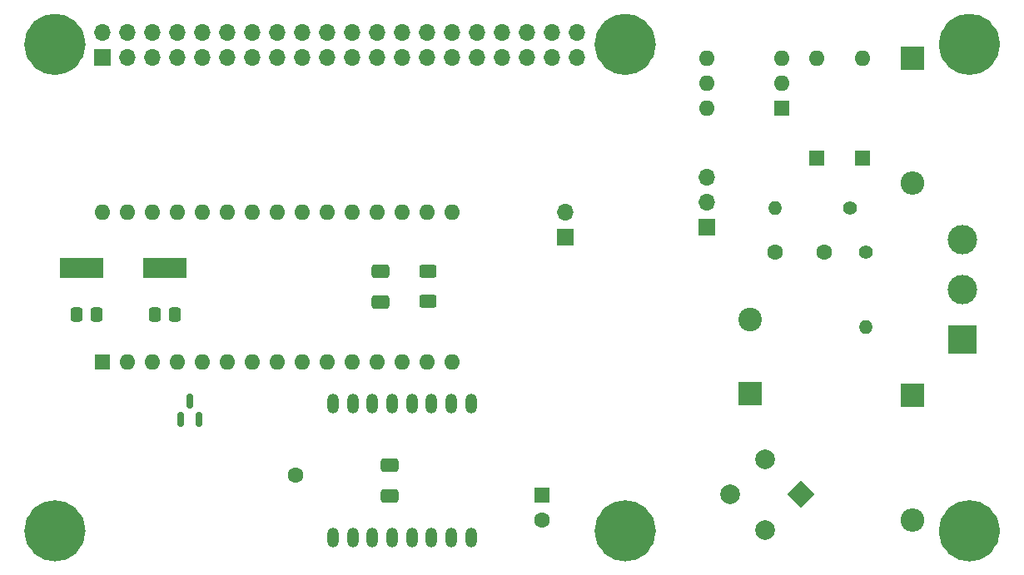
<source format=gbs>
G04 #@! TF.GenerationSoftware,KiCad,Pcbnew,6.0.7-1.fc36*
G04 #@! TF.CreationDate,2022-08-13T19:37:31+02:00*
G04 #@! TF.ProjectId,drahtlos_klingel,64726168-746c-46f7-935f-6b6c696e6765,rev?*
G04 #@! TF.SameCoordinates,Original*
G04 #@! TF.FileFunction,Soldermask,Bot*
G04 #@! TF.FilePolarity,Negative*
%FSLAX46Y46*%
G04 Gerber Fmt 4.6, Leading zero omitted, Abs format (unit mm)*
G04 Created by KiCad (PCBNEW 6.0.7-1.fc36) date 2022-08-13 19:37:31*
%MOMM*%
%LPD*%
G01*
G04 APERTURE LIST*
G04 Aperture macros list*
%AMRoundRect*
0 Rectangle with rounded corners*
0 $1 Rounding radius*
0 $2 $3 $4 $5 $6 $7 $8 $9 X,Y pos of 4 corners*
0 Add a 4 corners polygon primitive as box body*
4,1,4,$2,$3,$4,$5,$6,$7,$8,$9,$2,$3,0*
0 Add four circle primitives for the rounded corners*
1,1,$1+$1,$2,$3*
1,1,$1+$1,$4,$5*
1,1,$1+$1,$6,$7*
1,1,$1+$1,$8,$9*
0 Add four rect primitives between the rounded corners*
20,1,$1+$1,$2,$3,$4,$5,0*
20,1,$1+$1,$4,$5,$6,$7,0*
20,1,$1+$1,$6,$7,$8,$9,0*
20,1,$1+$1,$8,$9,$2,$3,0*%
%AMHorizOval*
0 Thick line with rounded ends*
0 $1 width*
0 $2 $3 position (X,Y) of the first rounded end (center of the circle)*
0 $4 $5 position (X,Y) of the second rounded end (center of the circle)*
0 Add line between two ends*
20,1,$1,$2,$3,$4,$5,0*
0 Add two circle primitives to create the rounded ends*
1,1,$1,$2,$3*
1,1,$1,$4,$5*%
%AMRotRect*
0 Rectangle, with rotation*
0 The origin of the aperture is its center*
0 $1 length*
0 $2 width*
0 $3 Rotation angle, in degrees counterclockwise*
0 Add horizontal line*
21,1,$1,$2,0,0,$3*%
G04 Aperture macros list end*
%ADD10C,3.100000*%
%ADD11O,1.200000X2.000000*%
%ADD12C,1.600000*%
%ADD13C,2.700000*%
%ADD14R,1.700000X1.700000*%
%ADD15O,1.700000X1.700000*%
%ADD16R,2.400000X2.400000*%
%ADD17O,2.400000X2.400000*%
%ADD18R,3.000000X3.000000*%
%ADD19C,3.000000*%
%ADD20R,1.600000X1.600000*%
%ADD21O,1.600000X1.600000*%
%ADD22C,1.400000*%
%ADD23O,1.400000X1.400000*%
%ADD24C,2.400000*%
%ADD25RotRect,2.000000X2.000000X225.000000*%
%ADD26HorizOval,2.000000X0.000000X0.000000X0.000000X0.000000X0*%
%ADD27RoundRect,0.250000X0.625000X-0.400000X0.625000X0.400000X-0.625000X0.400000X-0.625000X-0.400000X0*%
%ADD28RoundRect,0.250000X0.650000X-0.412500X0.650000X0.412500X-0.650000X0.412500X-0.650000X-0.412500X0*%
%ADD29RoundRect,0.150000X0.150000X-0.587500X0.150000X0.587500X-0.150000X0.587500X-0.150000X-0.587500X0*%
%ADD30R,4.500000X2.000000*%
%ADD31RoundRect,0.250000X-0.337500X-0.475000X0.337500X-0.475000X0.337500X0.475000X-0.337500X0.475000X0*%
%ADD32RoundRect,0.250000X0.337500X0.475000X-0.337500X0.475000X-0.337500X-0.475000X0.337500X-0.475000X0*%
G04 APERTURE END LIST*
D10*
X91050000Y-26500000D02*
G75*
G03*
X91050000Y-26500000I-1550000J0D01*
G01*
X33050000Y-26500000D02*
G75*
G03*
X33050000Y-26500000I-1550000J0D01*
G01*
X126050000Y-26500000D02*
G75*
G03*
X126050000Y-26500000I-1550000J0D01*
G01*
X33050000Y-76000000D02*
G75*
G03*
X33050000Y-76000000I-1550000J0D01*
G01*
X91050000Y-76000000D02*
G75*
G03*
X91050000Y-76000000I-1550000J0D01*
G01*
X126050000Y-76000000D02*
G75*
G03*
X126050000Y-76000000I-1550000J0D01*
G01*
D11*
X59802000Y-76650000D03*
X61802000Y-76650000D03*
X63802000Y-76650000D03*
X65802000Y-76650000D03*
X67802000Y-76650000D03*
X69802000Y-76650000D03*
X71802000Y-76650000D03*
X73802000Y-76650000D03*
X73802000Y-63050000D03*
X71802000Y-63050000D03*
X69802000Y-63050000D03*
X67802000Y-63050000D03*
X65802000Y-63050000D03*
X63802000Y-63050000D03*
X61802000Y-63050000D03*
X59802000Y-63050000D03*
D12*
X104775000Y-47625000D03*
X109775000Y-47625000D03*
D13*
X31500000Y-76000000D03*
D14*
X83434000Y-46115200D03*
D15*
X83434000Y-43575200D03*
D16*
X118745000Y-62230000D03*
D17*
X118745000Y-74930000D03*
D16*
X118745000Y-27940000D03*
D17*
X118745000Y-40640000D03*
D14*
X97790000Y-45070000D03*
D15*
X97790000Y-42530000D03*
X97790000Y-39990000D03*
D18*
X123825000Y-56515000D03*
D19*
X123825000Y-51435000D03*
X123825000Y-46355000D03*
D20*
X109000000Y-38100000D03*
D21*
X109000000Y-27940000D03*
D22*
X114000000Y-47625000D03*
D23*
X114000000Y-55245000D03*
D13*
X124500000Y-26500000D03*
X31500000Y-26500000D03*
X89500000Y-26500000D03*
D20*
X113665000Y-38100000D03*
D21*
X113665000Y-27940000D03*
D16*
X102235000Y-61993959D03*
D24*
X102235000Y-54493959D03*
D12*
X55990000Y-70309000D03*
D20*
X105400000Y-33005000D03*
D21*
X105400000Y-30465000D03*
X105400000Y-27925000D03*
X97780000Y-27925000D03*
X97780000Y-30465000D03*
X97780000Y-33005000D03*
D20*
X36353000Y-58803500D03*
D21*
X38893000Y-58803500D03*
X41433000Y-58803500D03*
X43973000Y-58803500D03*
X46513000Y-58803500D03*
X49053000Y-58803500D03*
X51593000Y-58803500D03*
X54133000Y-58803500D03*
X56673000Y-58803500D03*
X59213000Y-58803500D03*
X61753000Y-58803500D03*
X64293000Y-58803500D03*
X66833000Y-58803500D03*
X69373000Y-58803500D03*
X71913000Y-58803500D03*
X71913000Y-43563500D03*
X69373000Y-43563500D03*
X66833000Y-43563500D03*
X64293000Y-43563500D03*
X61753000Y-43563500D03*
X59213000Y-43563500D03*
X56673000Y-43563500D03*
X54133000Y-43563500D03*
X51593000Y-43563500D03*
X49053000Y-43563500D03*
X46513000Y-43563500D03*
X43973000Y-43563500D03*
X41433000Y-43563500D03*
X38893000Y-43563500D03*
X36353000Y-43563500D03*
D13*
X89500000Y-76000000D03*
D25*
X107351102Y-72303098D03*
D26*
X103759000Y-68710996D03*
X100166897Y-72303098D03*
X103759000Y-75895200D03*
D20*
X81026000Y-72390000D03*
D12*
X81026000Y-74890000D03*
D22*
X112395000Y-43180000D03*
D23*
X104775000Y-43180000D03*
D13*
X124500000Y-76000000D03*
D27*
X69400000Y-52650000D03*
X69400000Y-49550000D03*
D28*
X64643000Y-52743500D03*
X64643000Y-49618500D03*
X65532000Y-72428500D03*
X65532000Y-69303500D03*
D14*
X36365000Y-27800000D03*
D15*
X36365000Y-25260000D03*
X38905000Y-27800000D03*
X38905000Y-25260000D03*
X41445000Y-27800000D03*
X41445000Y-25260000D03*
X43985000Y-27800000D03*
X43985000Y-25260000D03*
X46525000Y-27800000D03*
X46525000Y-25260000D03*
X49065000Y-27800000D03*
X49065000Y-25260000D03*
X51605000Y-27800000D03*
X51605000Y-25260000D03*
X54145000Y-27800000D03*
X54145000Y-25260000D03*
X56685000Y-27800000D03*
X56685000Y-25260000D03*
X59225000Y-27800000D03*
X59225000Y-25260000D03*
X61765000Y-27800000D03*
X61765000Y-25260000D03*
X64305000Y-27800000D03*
X64305000Y-25260000D03*
X66845000Y-27800000D03*
X66845000Y-25260000D03*
X69385000Y-27800000D03*
X69385000Y-25260000D03*
X71925000Y-27800000D03*
X71925000Y-25260000D03*
X74465000Y-27800000D03*
X74465000Y-25260000D03*
X77005000Y-27800000D03*
X77005000Y-25260000D03*
X79545000Y-27800000D03*
X79545000Y-25260000D03*
X82085000Y-27800000D03*
X82085000Y-25260000D03*
X84625000Y-27800000D03*
X84625000Y-25260000D03*
D29*
X45234000Y-62825200D03*
X46184000Y-64700200D03*
X44284000Y-64700200D03*
D30*
X42703000Y-49278500D03*
X34203000Y-49278500D03*
D31*
X33703000Y-54018500D03*
X35778000Y-54018500D03*
D32*
X43740500Y-54018500D03*
X41665500Y-54018500D03*
M02*

</source>
